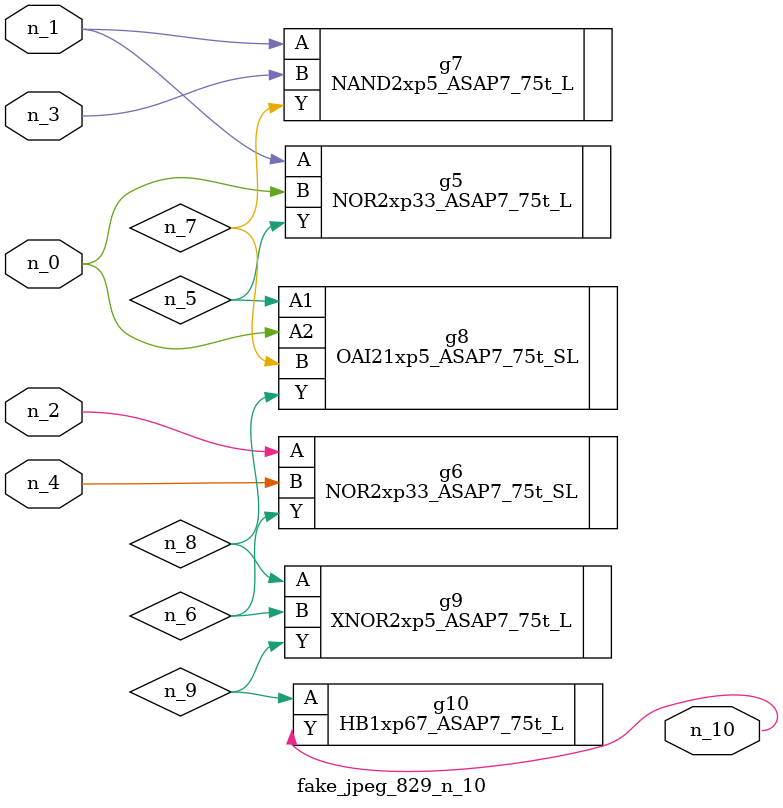
<source format=v>
module fake_jpeg_829_n_10 (n_3, n_2, n_1, n_0, n_4, n_10);

input n_3;
input n_2;
input n_1;
input n_0;
input n_4;

output n_10;

wire n_8;
wire n_9;
wire n_6;
wire n_5;
wire n_7;

NOR2xp33_ASAP7_75t_L g5 ( 
.A(n_1),
.B(n_0),
.Y(n_5)
);

NOR2xp33_ASAP7_75t_SL g6 ( 
.A(n_2),
.B(n_4),
.Y(n_6)
);

NAND2xp5_ASAP7_75t_L g7 ( 
.A(n_1),
.B(n_3),
.Y(n_7)
);

OAI21xp5_ASAP7_75t_SL g8 ( 
.A1(n_5),
.A2(n_0),
.B(n_7),
.Y(n_8)
);

XNOR2xp5_ASAP7_75t_L g9 ( 
.A(n_8),
.B(n_6),
.Y(n_9)
);

HB1xp67_ASAP7_75t_L g10 ( 
.A(n_9),
.Y(n_10)
);


endmodule
</source>
